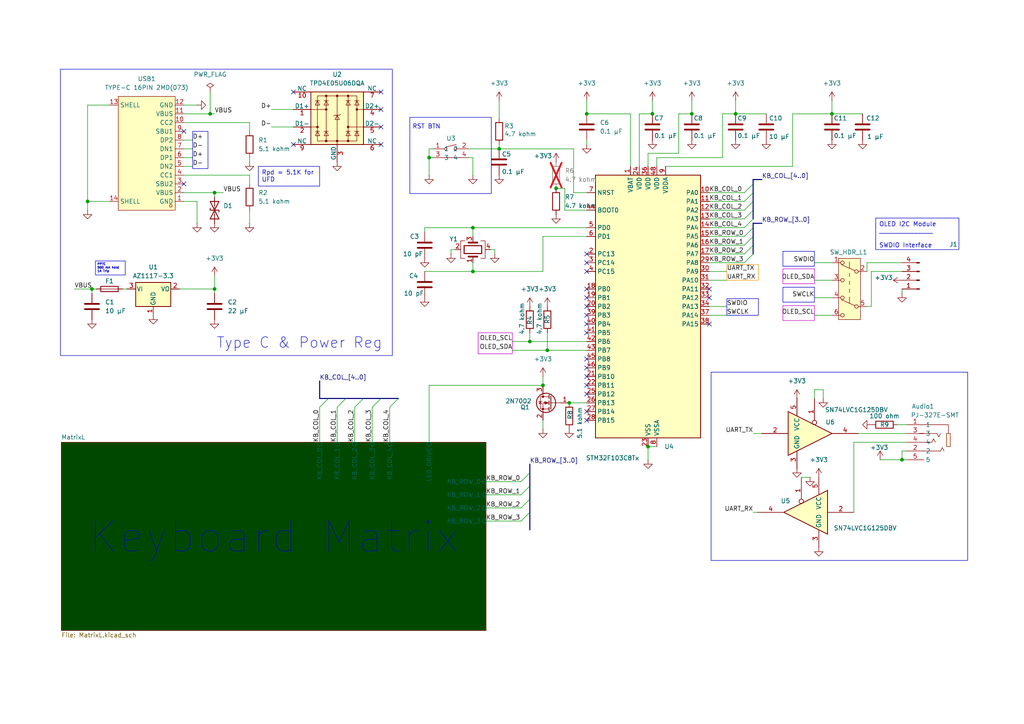
<source format=kicad_sch>
(kicad_sch (version 20231120) (generator "eeschema") (generator_version "8.0")
  (paper "A4")
  (title_block (title "Simple Keyboard") (date "2025-02-09") (rev "0") (company "Daniel Pérez (steewBSD)"))
  (junction (at 62.23 55.88))
  (junction (at 60.96 33.02))
  (junction (at 124.46 45.72))
  (junction (at 26.67 83.82))
  (junction (at 187.96 129.54))
  (junction (at 170.18 33.02))
  (junction (at 241.3 33.02))
  (junction (at 137.16 78.74))
  (junction (at 161.29 54.61))
  (junction (at 213.36 33.02))
  (junction (at 62.23 83.82))
  (junction (at 165.1 116.84))
  (junction (at 144.78 43.18))
  (junction (at 157.48 111.76))
  (junction (at 158.75 101.6))
  (junction (at 189.23 33.02))
  (junction (at 261.62 133.35))
  (junction (at 137.16 66.04))
  (junction (at 25.4 58.42))
  (junction (at 200.66 33.02))
  (junction (at 153.67 99.06))
  (no_connect (at 205.74 93.98))
  (no_connect (at 170.18 78.74))
  (no_connect (at 170.18 91.44))
  (no_connect (at 205.74 83.82))
  (no_connect (at 170.18 83.82))
  (no_connect (at 170.18 86.36))
  (no_connect (at 170.18 109.22))
  (no_connect (at 170.18 104.14))
  (no_connect (at 170.18 88.9))
  (no_connect (at 53.34 38.1))
  (no_connect (at 170.18 96.52))
  (no_connect (at 170.18 93.98))
  (no_connect (at 205.74 86.36))
  (no_connect (at 110.49 41.91))
  (no_connect (at 170.18 121.92))
  (no_connect (at 170.18 106.68))
  (no_connect (at 170.18 111.76))
  (no_connect (at 85.09 26.67))
  (no_connect (at 170.18 73.66))
  (no_connect (at 53.34 53.34))
  (no_connect (at 110.49 31.75))
  (no_connect (at 170.18 119.38))
  (no_connect (at 85.09 41.91))
  (no_connect (at 110.49 36.83))
  (no_connect (at 110.49 26.67))
  (no_connect (at 170.18 76.2))
  (no_connect (at 170.18 114.3))
  (bus_entry (at 218.44 60.96) (size -2.54 2.54))
  (bus_entry (at 153.67 137.16) (size -2.54 2.54))
  (bus_entry (at 218.44 53.34) (size -2.54 2.54))
  (bus_entry (at 115.57 115.57) (size -2.54 2.54))
  (bus_entry (at 218.44 68.58) (size -2.54 2.54))
  (bus_entry (at 218.44 71.12) (size -2.54 2.54))
  (bus_entry (at 218.44 66.04) (size -2.54 2.54))
  (bus_entry (at 100.33 115.57) (size -2.54 2.54))
  (bus_entry (at 95.25 115.57) (size -2.54 2.54))
  (bus_entry (at 218.44 58.42) (size -2.54 2.54))
  (bus_entry (at 153.67 144.78) (size -2.54 2.54))
  (bus_entry (at 153.67 148.59) (size -2.54 2.54))
  (bus_entry (at 218.44 63.5) (size -2.54 2.54))
  (bus_entry (at 218.44 73.66) (size -2.54 2.54))
  (bus_entry (at 105.41 115.57) (size -2.54 2.54))
  (bus_entry (at 218.44 55.88) (size -2.54 2.54))
  (bus_entry (at 153.67 140.97) (size -2.54 2.54))
  (bus_entry (at 110.49 115.57) (size -2.54 2.54))
  (wire (pts (xy 25.4 30.48) (xy 31.75 30.48)))
  (wire (pts (xy 137.16 78.74) (xy 157.48 78.74)))
  (wire (pts (xy 60.96 26.67) (xy 60.96 33.02)))
  (wire (pts (xy 107.95 118.11) (xy 107.95 128.27)))
  (wire (pts (xy 53.34 43.18) (xy 55.88 43.18)))
  (wire (pts (xy 205.74 60.96) (xy 215.9 60.96)))
  (bus (pts (xy 100.33 115.57) (xy 105.41 115.57)))
  (wire (pts (xy 165.1 116.84) (xy 170.18 116.84)))
  (wire (pts (xy 236.22 113.03) (xy 236.22 115.57)))
  (wire (pts (xy 148.59 99.06) (xy 153.67 99.06)))
  (wire (pts (xy 251.46 88.9) (xy 252.73 88.9)))
  (wire (pts (xy 236.22 86.36) (xy 241.3 86.36)))
  (wire (pts (xy 57.15 64.77) (xy 57.15 58.42)))
  (bus (pts (xy 218.44 64.77) (xy 218.44 66.04)))
  (wire (pts (xy 187.96 48.26) (xy 187.96 44.45)))
  (wire (pts (xy 60.96 33.02) (xy 62.23 33.02)))
  (wire (pts (xy 26.67 83.82) (xy 27.94 83.82)))
  (wire (pts (xy 196.85 44.45) (xy 196.85 33.02)))
  (wire (pts (xy 55.88 45.72) (xy 53.34 45.72)))
  (wire (pts (xy 252.73 78.74) (xy 261.62 78.74)))
  (wire (pts (xy 62.23 55.88) (xy 64.77 55.88)))
  (wire (pts (xy 62.23 55.88) (xy 62.23 57.15)))
  (wire (pts (xy 229.87 33.02) (xy 241.3 33.02)))
  (wire (pts (xy 124.46 43.18) (xy 125.73 43.18)))
  (wire (pts (xy 135.89 43.18) (xy 144.78 43.18)))
  (wire (pts (xy 238.76 115.57) (xy 238.76 113.03)))
  (wire (pts (xy 157.48 78.74) (xy 157.48 68.58)))
  (wire (pts (xy 143.51 72.39) (xy 142.24 72.39)))
  (wire (pts (xy 53.34 33.02) (xy 60.96 33.02)))
  (wire (pts (xy 190.5 48.26) (xy 190.5 45.72)))
  (bus (pts (xy 218.44 55.88) (xy 218.44 58.42)))
  (bus (pts (xy 110.49 115.57) (xy 115.57 115.57)))
  (wire (pts (xy 205.74 88.9) (xy 210.82 88.9)))
  (wire (pts (xy 163.83 54.61) (xy 161.29 54.61)))
  (wire (pts (xy 35.56 83.82) (xy 36.83 83.82)))
  (wire (pts (xy 238.76 113.03) (xy 236.22 113.03)))
  (wire (pts (xy 157.48 68.58) (xy 170.18 68.58)))
  (wire (pts (xy 205.74 58.42) (xy 215.9 58.42)))
  (wire (pts (xy 182.88 48.26) (xy 182.88 33.02)))
  (wire (pts (xy 187.96 129.54) (xy 187.96 133.35)))
  (wire (pts (xy 170.18 29.21) (xy 170.18 33.02)))
  (bus (pts (xy 153.67 140.97) (xy 153.67 144.78)))
  (bus (pts (xy 218.44 71.12) (xy 218.44 73.66)))
  (wire (pts (xy 252.73 78.74) (xy 252.73 88.9)))
  (wire (pts (xy 260.35 123.19) (xy 262.89 123.19)))
  (wire (pts (xy 193.04 48.26) (xy 229.87 48.26)))
  (wire (pts (xy 205.74 71.12) (xy 215.9 71.12)))
  (wire (pts (xy 137.16 76.2) (xy 137.16 78.74)))
  (wire (pts (xy 218.44 125.73) (xy 220.98 125.73)))
  (wire (pts (xy 213.36 29.21) (xy 213.36 33.02)))
  (bus (pts (xy 153.67 144.78) (xy 153.67 148.59)))
  (wire (pts (xy 140.97 147.32) (xy 151.13 147.32)))
  (wire (pts (xy 189.23 29.21) (xy 189.23 33.02)))
  (wire (pts (xy 261.62 83.82) (xy 261.62 85.09)))
  (wire (pts (xy 124.46 111.76) (xy 157.48 111.76)))
  (wire (pts (xy 261.62 130.81) (xy 261.62 133.35)))
  (wire (pts (xy 144.78 43.18) (xy 166.37 43.18)))
  (wire (pts (xy 166.37 55.88) (xy 170.18 55.88)))
  (wire (pts (xy 234.95 138.43) (xy 232.41 138.43)))
  (wire (pts (xy 209.55 33.02) (xy 213.36 33.02)))
  (wire (pts (xy 137.16 45.72) (xy 135.89 45.72)))
  (wire (pts (xy 248.92 125.73) (xy 262.89 125.73)))
  (wire (pts (xy 137.16 66.04) (xy 137.16 68.58)))
  (wire (pts (xy 170.18 41.91) (xy 170.18 40.64)))
  (wire (pts (xy 72.39 45.72) (xy 72.39 46.99)))
  (wire (pts (xy 144.78 29.21) (xy 144.78 34.29)))
  (wire (pts (xy 158.75 96.52) (xy 158.75 101.6)))
  (wire (pts (xy 78.74 31.75) (xy 85.09 31.75)))
  (wire (pts (xy 21.59 83.82) (xy 26.67 83.82)))
  (wire (pts (xy 72.39 64.77) (xy 72.39 60.96)))
  (wire (pts (xy 205.74 68.58) (xy 215.9 68.58)))
  (wire (pts (xy 251.46 76.2) (xy 251.46 78.74)))
  (wire (pts (xy 166.37 43.18) (xy 166.37 55.88)))
  (wire (pts (xy 163.83 60.96) (xy 163.83 54.61)))
  (wire (pts (xy 97.79 118.11) (xy 97.79 128.27)))
  (bus (pts (xy 153.67 148.59) (xy 153.67 153.67)))
  (wire (pts (xy 190.5 45.72) (xy 209.55 45.72)))
  (wire (pts (xy 140.97 143.51) (xy 151.13 143.51)))
  (wire (pts (xy 72.39 35.56) (xy 72.39 38.1)))
  (bus (pts (xy 218.44 58.42) (xy 218.44 60.96)))
  (wire (pts (xy 144.78 41.91) (xy 144.78 43.18)))
  (wire (pts (xy 124.46 45.72) (xy 125.73 45.72)))
  (wire (pts (xy 241.3 33.02) (xy 250.19 33.02)))
  (wire (pts (xy 236.22 76.2) (xy 241.3 76.2)))
  (wire (pts (xy 187.96 129.54) (xy 190.5 129.54)))
  (wire (pts (xy 185.42 48.26) (xy 185.42 33.02)))
  (wire (pts (xy 26.67 85.09) (xy 26.67 83.82)))
  (wire (pts (xy 137.16 45.72) (xy 137.16 50.8)))
  (wire (pts (xy 209.55 45.72) (xy 209.55 33.02)))
  (wire (pts (xy 140.97 151.13) (xy 151.13 151.13)))
  (wire (pts (xy 62.23 83.82) (xy 62.23 85.09)))
  (wire (pts (xy 153.67 99.06) (xy 170.18 99.06)))
  (wire (pts (xy 205.74 66.04) (xy 215.9 66.04)))
  (wire (pts (xy 157.48 124.46) (xy 157.48 121.92)))
  (wire (pts (xy 143.51 72.39) (xy 143.51 73.66)))
  (bus (pts (xy 218.44 52.07) (xy 218.44 53.34)))
  (wire (pts (xy 123.19 78.74) (xy 137.16 78.74)))
  (wire (pts (xy 157.48 109.22) (xy 157.48 111.76)))
  (bus (pts (xy 220.98 64.77) (xy 218.44 64.77)))
  (wire (pts (xy 113.03 118.11) (xy 113.03 128.27)))
  (wire (pts (xy 170.18 60.96) (xy 163.83 60.96)))
  (wire (pts (xy 132.08 72.39) (xy 130.81 72.39)))
  (wire (pts (xy 200.66 29.21) (xy 200.66 33.02)))
  (wire (pts (xy 25.4 58.42) (xy 25.4 60.96)))
  (wire (pts (xy 158.75 101.6) (xy 170.18 101.6)))
  (wire (pts (xy 31.75 58.42) (xy 25.4 58.42)))
  (bus (pts (xy 220.98 52.07) (xy 218.44 52.07)))
  (wire (pts (xy 205.74 78.74) (xy 210.82 78.74)))
  (wire (pts (xy 153.67 96.52) (xy 153.67 99.06)))
  (bus (pts (xy 92.71 115.57) (xy 95.25 115.57)))
  (wire (pts (xy 124.46 45.72) (xy 124.46 50.8)))
  (wire (pts (xy 187.96 44.45) (xy 196.85 44.45)))
  (wire (pts (xy 261.62 133.35) (xy 262.89 133.35)))
  (wire (pts (xy 236.22 81.28) (xy 241.3 81.28)))
  (wire (pts (xy 205.74 73.66) (xy 215.9 73.66)))
  (wire (pts (xy 53.34 50.8) (xy 72.39 50.8)))
  (wire (pts (xy 247.65 128.27) (xy 262.89 128.27)))
  (wire (pts (xy 196.85 33.02) (xy 200.66 33.02)))
  (wire (pts (xy 247.65 128.27) (xy 247.65 148.59)))
  (wire (pts (xy 123.19 66.04) (xy 123.19 67.31)))
  (wire (pts (xy 102.87 118.11) (xy 102.87 128.27)))
  (wire (pts (xy 255.27 133.35) (xy 261.62 133.35)))
  (wire (pts (xy 213.36 33.02) (xy 222.25 33.02)))
  (bus (pts (xy 95.25 115.57) (xy 100.33 115.57)))
  (wire (pts (xy 72.39 53.34) (xy 72.39 50.8)))
  (wire (pts (xy 137.16 66.04) (xy 170.18 66.04)))
  (wire (pts (xy 124.46 43.18) (xy 124.46 45.72)))
  (wire (pts (xy 53.34 55.88) (xy 62.23 55.88)))
  (wire (pts (xy 25.4 30.48) (xy 25.4 58.42)))
  (wire (pts (xy 205.74 76.2) (xy 215.9 76.2)))
  (bus (pts (xy 92.71 110.49) (xy 92.71 115.57)))
  (bus (pts (xy 153.67 137.16) (xy 153.67 140.97)))
  (wire (pts (xy 182.88 33.02) (xy 170.18 33.02)))
  (wire (pts (xy 229.87 48.26) (xy 229.87 33.02)))
  (wire (pts (xy 53.34 30.48) (xy 57.15 30.48)))
  (bus (pts (xy 218.44 60.96) (xy 218.44 63.5)))
  (wire (pts (xy 205.74 81.28) (xy 210.82 81.28)))
  (wire (pts (xy 262.89 130.81) (xy 261.62 130.81)))
  (wire (pts (xy 123.19 66.04) (xy 137.16 66.04)))
  (wire (pts (xy 241.3 29.21) (xy 241.3 33.02)))
  (wire (pts (xy 62.23 80.01) (xy 62.23 83.82)))
  (wire (pts (xy 124.46 128.27) (xy 124.46 111.76)))
  (wire (pts (xy 148.59 101.6) (xy 158.75 101.6)))
  (wire (pts (xy 57.15 58.42) (xy 53.34 58.42)))
  (bus (pts (xy 153.67 134.62) (xy 153.67 137.16)))
  (bus (pts (xy 218.44 68.58) (xy 218.44 71.12)))
  (wire (pts (xy 140.97 139.7) (xy 151.13 139.7)))
  (bus (pts (xy 218.44 66.04) (xy 218.44 68.58)))
  (wire (pts (xy 205.74 63.5) (xy 215.9 63.5)))
  (wire (pts (xy 185.42 33.02) (xy 189.23 33.02)))
  (wire (pts (xy 205.74 55.88) (xy 215.9 55.88)))
  (wire (pts (xy 78.74 36.83) (xy 85.09 36.83)))
  (wire (pts (xy 251.46 76.2) (xy 261.62 76.2)))
  (wire (pts (xy 205.74 91.44) (xy 210.82 91.44)))
  (wire (pts (xy 130.81 72.39) (xy 130.81 73.66)))
  (bus (pts (xy 218.44 53.34) (xy 218.44 55.88)))
  (wire (pts (xy 92.71 118.11) (xy 92.71 128.27)))
  (wire (pts (xy 53.34 40.64) (xy 55.88 40.64)))
  (wire (pts (xy 52.07 83.82) (xy 62.23 83.82)))
  (wire (pts (xy 236.22 91.44) (xy 241.3 91.44)))
  (bus (pts (xy 105.41 115.57) (xy 110.49 115.57)))
  (wire (pts (xy 218.44 148.59) (xy 219.71 148.59)))
  (wire (pts (xy 53.34 35.56) (xy 72.39 35.56)))
  (wire (pts (xy 55.88 48.26) (xy 53.34 48.26)))
  (rectangle (start 17.526 20.066) (end 113.792 103.124))
  (rectangle (start 118.872 34.036) (end 142.494 56.134))
  (rectangle (start 138.684 96.52) (end 148.59 102.616) (stroke (width 0) (color 194 0 194 1)))
  (rectangle (start 227.076 77.978) (end 236.22 82.296) (stroke (width 0) (color 194 0 194 1)))
  (rectangle (start 227.076 72.898) (end 236.22 77.216))
  (rectangle (start 206.248 107.95) (end 280.67 162.56))
  (rectangle (start 227.076 88.646) (end 236.22 92.964) (stroke (width 0) (color 194 0 194 1)))
  (rectangle (start 227.076 83.312) (end 236.22 87.63))
  (rectangle (start 210.82 76.708) (end 219.964 81.28) (stroke (width 0) (color 255 153 0 1)))
  (rectangle (start 55.88 38.1) (end 60.325 48.895))
  (rectangle (start 210.82 86.614) (end 219.964 91.44))
  (text_box "PPTC \n500 mA hold\n1A Trip" (at 27.686 75.692 0) (size 8.636 4.064) (effects (font (size 0.635 0.635)) (justify left top)))
  (text_box "Rpd = 5.1K for\nUFD" (at 74.93 48.26 0) (size 17.78 5.715) (effects (font (size 1.27 1.27)) (justify left top)))
  (text_box "OLED I2C Module\n________________\n\nSWDIO Interface" (at 254 63.246 0) (size 24.13 9.144) (effects (font (size 1.27 1.27)) (justify left top)))
  (text "RST BTN" (at 123.698 36.83 0) (effects (font (size 1.27 1.27))))
  (text "Keyboard Matrix" (at 79.502 155.956 0) (effects (font (size 8.89 8.89))))
  (text "Type C & Power Reg" (at 86.868 99.568 0) (effects (font (size 3.048 3.048))))
  (label "UART_RX" (at 210.82 81.28 0))
  (label "KB_COL_[4..0]" (at 92.71 110.49 0))
  (label "KB_COL_2" (at 205.74 60.96 0))
  (label "SWDIO" (at 236.22 76.2 180))
  (label "OLED_SDA" (at 148.59 101.6 180))
  (label "KB_COL_1" (at 205.74 58.42 0))
  (label "SWDIO" (at 210.82 88.9 0))
  (label "KB_ROW_[3..0]" (at 153.67 134.62 0))
  (label "KB_COL_0" (at 92.71 128.27 90))
  (label "SWCLK" (at 210.82 91.44 0))
  (label "D-" (at 55.88 43.18 0))
  (label "KB_ROW_0" (at 205.74 68.58 0))
  (label "SWCLK" (at 236.22 86.36 180))
  (label "KB_ROW_1" (at 205.74 71.12 0))
  (label "KB_COL_4" (at 113.03 128.27 90))
  (label "KB_ROW_3" (at 205.74 76.2 0))
  (label "KB_ROW_2" (at 140.97 147.32 0))
  (label "UART_RX" (at 218.44 148.59 180))
  (label "KB_COL_2" (at 102.87 128.27 90))
  (label "OLED_SCL" (at 236.22 91.44 180))
  (label "D-" (at 78.74 36.83 180))
  (label "KB_ROW_0" (at 140.97 139.7 0))
  (label "D+" (at 78.74 31.75 180))
  (label "VBUS" (at 62.23 33.02 0))
  (label "KB_COL_4" (at 205.74 66.04 0))
  (label "D+" (at 55.88 45.72 0))
  (label "KB_ROW_3" (at 140.97 151.13 0))
  (label "KB_ROW_2" (at 205.74 73.66 0))
  (label "D-" (at 55.88 48.26 0))
  (label "KB_COL_3" (at 205.74 63.5 0))
  (label "KB_ROW_[3..0]" (at 220.98 64.77 0))
  (label "KB_COL_[4..0]" (at 220.98 52.07 0))
  (label "OLED_SCL" (at 148.59 99.06 180))
  (label "KB_COL_3" (at 107.95 128.27 90))
  (label "UART_TX" (at 218.44 125.73 180))
  (label "KB_COL_1" (at 97.79 128.27 90))
  (label "D+" (at 55.88 40.64 0))
  (label "VBUS" (at 21.59 83.82 0))
  (label "KB_ROW_1" (at 140.97 143.51 0))
  (label "VBUS" (at 64.77 55.88 0))
  (label "OLED_SDA" (at 236.22 81.28 180))
  (label "KB_COL_0" (at 205.74 55.88 0))
  (label "UART_TX" (at 210.82 78.74 0))
  (symbol (lib_id "#inventree:CL21B104KBCNNNC") (at 189.23 36.83 0) (unit 1)
    (property "Reference" "C7" (at 189.738 34.29 0) (effects (justify left)))
    (property "Value" "0.1 µF" (at 189.738 39.37 0) (effects (justify left)))
    (property "Footprint" "0805 (2012 Metric)" (effects (hide yes)))
    (property "Datasheet" "http://10.0.0.41/media/attachments/part/18/CL21B104KBCNNN_Spec.pdf" (effects (hide yes)))
    (property "Description" "CAP CER 0.1UF 50V X7R 0805" (effects (hide yes)))
    (property "InvenTree" "18" (effects (hide yes)))
    (property "Mounting Type" "Surface Mount, MLCC" (effects (hide yes)))
    (property "Package Type" "0805 (2012 Metric)" (effects (hide yes)))
    (property "Part URL" "http://10.0.0.41:7333/part/18/" (effects (hide yes)))
    (property "Rated Voltage" "50V" (effects (hide yes)))
    (property "Temperature Coefficient" "X7R" (effects (hide yes)))
    (property "Tolerance" "10%" (effects (hide yes)))
  )
  (symbol (lib_id "power:+3V3") (at 62.23 80.01 0) (unit 1)
    (property "Reference" "#PWR07" (effects (hide yes)))
    (property "Value" "+3V3" (at 62.23 74.93 0))
    (property "Description" "Power symbol creates a global label with name \"+3V3\"" (effects (hide yes)))
  )
  (symbol (lib_id "power:GND") (at 124.46 50.8 0) (unit 1)
    (property "Reference" "#PWR014" (effects (hide yes)))
    (property "Value" "GND" (effects (hide yes)))
    (property "Description" "Power symbol creates a global label with name \"GND\" , ground" (effects (hide yes)))
  )
  (symbol (lib_id "power:GND") (at 189.23 40.64 0) (unit 1)
    (property "Reference" "#PWR031" (effects (hide yes)))
    (property "Value" "GND" (effects (hide yes)))
    (property "Description" "Power symbol creates a global label with name \"GND\" , ground" (effects (hide yes)))
  )
  (symbol (lib_id "#inventree:CL21X226MOYNNWE") (at 62.23 88.9 0) (unit 1)
    (property "Reference" "C2" (at 66.04 87.6299 0) (effects (justify left)))
    (property "Value" "22 µF" (at 66.04 90.1699 0) (effects (justify left)))
    (property "Footprint" "0805 (2012 Metric)" (effects (hide yes)))
    (property "Datasheet" "http://10.0.0.41/media/attachments/part/24/2206222045_Samsung-Electro-Mechanics-CL21X226MOYNNWE_C3039691.pdf" (effects (hide yes)))
    (property "Description" "CAP CER 22UF 16V X6S 0805" (effects (hide yes)))
    (property "InvenTree" "24" (effects (hide yes)))
    (property "Mounting Type" "Surface Mount, MLCC" (effects (hide yes)))
    (property "Package Type" "0805 (2012 Metric)" (effects (hide yes)))
    (property "Part URL" "http://10.0.0.41:7333/part/24/" (effects (hide yes)))
    (property "Rated Voltage" "16V" (effects (hide yes)))
    (property "Temperature Coefficient" "X6S" (effects (hide yes)))
    (property "Tolerance" "20%" (effects (hide yes)))
  )
  (symbol (lib_id "power:+3V3") (at 261.62 81.28 90) (unit 1)
    (property "Reference" "#PWR048" (effects (hide yes)))
    (property "Value" "+3V3" (at 256.286 80.518 90))
    (property "Description" "Power symbol creates a global label with name \"+3V3\"" (effects (hide yes)))
  )
  (symbol (lib_name "RC0603FR-074K7L_2") (lib_id "#inventree:RC0603FR-074K7L") (at 161.29 58.42 0) (unit 1)
    (property "Reference" "R7" (at 163.83 57.1499 0) (effects (justify left)))
    (property "Value" "4.7 kohm" (at 163.83 59.6899 0) (effects (justify left)))
    (property "Footprint" "Resistor_SMD:R_0603_1608Metric_Pad0.98x0.95mm_HandSolder" (effects (hide yes)))
    (property "Datasheet" "http://10.0.0.41/media/attachments/part/59/PYu-RC_Group_51_RoHS_L_12.pdf" (effects (hide yes)))
    (property "Description" "RES 4.7K OHM 1% 1/10W 0603" (effects (hide yes)))
    (property "InvenTree" "59" (effects (hide yes)))
    (property "Mounting Type" "0603" (effects (hide yes)))
    (property "Package Type" "0603 (1608 Metric)" (effects (hide yes)))
    (property "Part URL" "http://10.0.0.41:7333/part/59/" (effects (hide yes)))
    (property "Rated Power" "0.1W, 1/10W" (effects (hide yes)))
    (property "Tolerance" "1%" (effects (hide yes)))
  )
  (symbol (lib_id "#inventree:RC0603FR-075K1L") (at 72.39 57.15 0) (unit 1)
    (property "Reference" "R2" (at 74.93 55.8799 0) (effects (justify left)))
    (property "Value" "5.1 kohm" (at 74.93 58.4199 0) (effects (justify left)))
    (property "Footprint" "Resistor_SMD:R_0603_1608Metric_Pad0.98x0.95mm_HandSolder" (effects (hide yes)))
    (property "Datasheet" "http://10.0.0.41/media/attachments/part/51/PYu-RC_Group_51_RoHS_L_12.pdf" (effects (hide yes)))
    (property "Description" "RES 5.1K OHM 1% 1/10W 0603" (effects (hide yes)))
    (property "InvenTree" "51" (effects (hide yes)))
    (property "Mounting Type" "0603" (effects (hide yes)))
    (property "Package Type" "0603 (1608 Metric)" (effects (hide yes)))
    (property "Part URL" "http://10.0.0.41:7333/part/51/" (effects (hide yes)))
    (property "Rated Power" "0.1W, 1/10W" (effects (hide yes)))
    (property "Tolerance" "1%" (effects (hide yes)))
  )
  (symbol (lib_id "#inventree:RC0603FR-074K7L") (at 144.78 38.1 0) (unit 1)
    (property "Reference" "R3" (at 146.304 36.576 0) (effects (justify left)))
    (property "Value" "4.7 kohm" (at 146.304 38.862 0) (effects (justify left)))
    (property "Footprint" "Resistor_SMD:R_0603_1608Metric_Pad0.98x0.95mm_HandSolder" (effects (hide yes)))
    (property "Datasheet" "http://10.0.0.41/media/attachments/part/59/PYu-RC_Group_51_RoHS_L_12.pdf" (effects (hide yes)))
    (property "Description" "RES 4.7K OHM 1% 1/10W 0603" (effects (hide yes)))
    (property "InvenTree" "59" (effects (hide yes)))
    (property "Mounting Type" "0603" (effects (hide yes)))
    (property "Package Type" "0603 (1608 Metric)" (effects (hide yes)))
    (property "Part URL" "http://10.0.0.41:7333/part/59/" (effects (hide yes)))
    (property "Rated Power" "0.1W, 1/10W" (effects (hide yes)))
    (property "Tolerance" "1%" (effects (hide yes)))
  )
  (symbol (lib_id "Device:D_TVS") (at 62.23 60.96 90) (unit 1)
    (property "Reference" "D1" (at 64.77 59.6899 90) (effects (justify right)))
    (property "Value" "CPDUR5V0HE-HF" (effects (hide yes)))
    (property "Footprint" "Diode_SMD:D_0603_1608Metric_Pad1.05x0.95mm_HandSolder" (effects (hide yes)))
    (property "Description" "Bidirectional transient-voltage-suppression diode" (effects (hide yes)))
    (property "InvenTree" "58" (effects (hide yes)))
  )
  (symbol (lib_id "Power_Protection:TPD4E05U06DQA") (at 97.79 34.29 0) (unit 1)
    (property "Reference" "U2" (at 97.79 21.59 0))
    (property "Value" "TPD4E05U06DQA" (at 97.79 24.13 0))
    (property "Footprint" "Package_SON:USON-10_2.5x1.0mm_P0.5mm" (effects (hide yes)))
    (property "Datasheet" "https://www.ti.com/lit/ds/symlink/tpd4e05u06.pdf" (effects (hide yes)))
    (property "Description" "4-Channel ESD Protection for Super-Speed USB 3.0 Interface, USON-10" (effects (hide yes)))
  )
  (symbol (lib_name "RC0603FR-074K7L_1") (lib_id "#inventree:RC0603FR-074K7L") (at 153.67 92.71 0) (unit 1)
    (property "Reference" "R4" (at 153.67 94.234 90) (effects (justify left)))
    (property "Value" "4.7 kohm" (at 151.384 97.028 90) (effects (justify left)))
    (property "Datasheet" "http://10.0.0.41/media/attachments/part/59/PYu-RC_Group_51_RoHS_L_12.pdf" (effects (hide yes)))
    (property "Description" "RES 4.7K OHM 1% 1/10W 0603" (effects (hide yes)))
    (property "InvenTree" "59" (effects (hide yes)))
    (property "Mounting Type" "0603" (effects (hide yes)))
    (property "Package Type" "0603 (1608 Metric)" (effects (hide yes)))
    (property "Part URL" "http://10.0.0.41:7333/part/59/" (effects (hide yes)))
    (property "Rated Power" "0.1W, 1/10W" (effects (hide yes)))
    (property "Tolerance" "1%" (effects (hide yes)))
  )
  (symbol (lib_id "Device:Crystal_GND24") (at 137.16 72.39 90) (unit 1)
    (property "Reference" "Y1" (at 131.572 69.342 90))
    (property "Value" "Crystal_GND24" (effects (hide yes)))
    (property "Footprint" "Crystal:Crystal_SMD_3225-4Pin_3.2x2.5mm_HandSoldering" (effects (hide yes)))
    (property "Description" "Four pin crystal, GND on pins 2 and 4" (effects (hide yes)))
    (property "InvenTree" "61" (effects (hide yes)))
  )
  (symbol (lib_id "power:+3V3") (at 200.66 29.21 0) (unit 1)
    (property "Reference" "#PWR032" (effects (hide yes)))
    (property "Value" "+3V3" (at 200.66 24.13 0))
    (property "Description" "Power symbol creates a global label with name \"+3V3\"" (effects (hide yes)))
  )
  (symbol (lib_id "power:GND") (at 237.49 158.75 0) (unit 1)
    (property "Reference" "#PWR041" (effects (hide yes)))
    (property "Value" "GND" (effects (hide yes)))
    (property "Description" "Power symbol creates a global label with name \"GND\" , ground" (effects (hide yes)))
  )
  (symbol (lib_id "power:GND") (at 72.39 64.77 0) (unit 1)
    (property "Reference" "#PWR010" (effects (hide yes)))
    (property "Value" "GND" (effects (hide yes)))
    (property "Description" "Power symbol creates a global label with name \"GND\" , ground" (effects (hide yes)))
  )
  (symbol (lib_name "CL21B104KBCNNNC_1") (lib_id "#inventree:CL21B104KBCNNNC") (at 144.78 46.99 0) (unit 1)
    (property "Reference" "C5" (at 145.542 44.704 0) (effects (justify left)))
    (property "Value" "0.1 µF" (at 145.542 49.784 0) (effects (justify left)))
    (property "Footprint" "0805 (2012 Metric)" (effects (hide yes)))
    (property "Datasheet" "http://10.0.0.41/media/attachments/part/18/CL21B104KBCNNN_Spec.pdf" (effects (hide yes)))
    (property "Description" "CAP CER 0.1UF 50V X7R 0805" (effects (hide yes)))
    (property "InvenTree" "18" (effects (hide yes)))
    (property "Mounting Type" "Surface Mount, MLCC" (effects (hide yes)))
    (property "Package Type" "0805 (2012 Metric)" (effects (hide yes)))
    (property "Part URL" "http://10.0.0.41:7333/part/18/" (effects (hide yes)))
    (property "Rated Voltage" "50V" (effects (hide yes)))
    (property "Temperature Coefficient" "X7R" (effects (hide yes)))
    (property "Tolerance" "10%" (effects (hide yes)))
  )
  (symbol (lib_id "power:GND") (at 165.1 124.46 0) (unit 1)
    (property "Reference" "#PWR026" (effects (hide yes)))
    (property "Value" "GND" (effects (hide yes)))
    (property "Description" "Power symbol creates a global label with name \"GND\" , ground" (effects (hide yes)))
  )
  (symbol (lib_id "Device:Fuse") (at 31.75 83.82 90) (unit 1)
    (property "Reference" "F1" (at 31.75 81.534 90))
    (property "Value" "1812L050/30PR" (effects (hide yes)))
    (property "Footprint" "Fuse:Fuse_1812_4532Metric_Pad1.30x3.40mm_HandSolder" (effects (hide yes)))
    (property "Description" "Fuse" (effects (hide yes)))
    (property "InvenTree" "63" (effects (hide yes)))
  )
  (symbol (lib_id "power:GND") (at 238.76 115.57 0) (unit 1)
    (property "Reference" "#PWR042" (effects (hide yes)))
    (property "Value" "GND" (effects (hide yes)))
    (property "Description" "Power symbol creates a global label with name \"GND\" , ground" (effects (hide yes)))
  )
  (symbol (lib_id "power:GND") (at 62.23 92.71 0) (unit 1)
    (property "Reference" "#PWR08" (effects (hide yes)))
    (property "Value" "GND" (effects (hide yes)))
    (property "Description" "Power symbol creates a global label with name \"GND\" , ground" (effects (hide yes)))
  )
  (symbol (lib_id "#inventree:CL21C100CBANNNC") (at 123.19 82.55 0) (unit 1)
    (property "Reference" "C4" (at 118.618 80.01 0) (effects (justify left)))
    (property "Value" "10 pF" (at 117.094 85.09 0) (effects (justify left)))
    (property "Footprint" "0805 (2012 Metric)" (effects (hide yes)))
    (property "Datasheet" "http://10.0.0.41/media/attachments/part/11/2411272102_Samsung-Electro-Mechanics-CL21C100CBANNNC_C2991182.pdf" (effects (hide yes)))
    (property "Description" "CAP CER 10PF 50V C0G/NP0 0805" (effects (hide yes)))
    (property "InvenTree" "11" (effects (hide yes)))
    (property "Mounting Type" "Surface Mount, MLCC" (effects (hide yes)))
    (property "Package Type" "0805 (2012 Metric)" (effects (hide yes)))
    (property "Part URL" "http://10.0.0.41:7333/part/11/" (effects (hide yes)))
    (property "Rated Voltage" "50V" (effects (hide yes)))
    (property "Temperature Coefficient" "C0G, NP0" (effects (hide yes)))
    (property "Tolerance" "0.25pF" (effects (hide yes)))
  )
  (symbol (lib_name "RC0603FR-074K7L_1") (lib_id "#inventree:RC0603FR-074K7L") (at 158.75 92.71 0) (unit 1)
    (property "Reference" "R5" (at 158.75 93.98 90) (effects (justify left)))
    (property "Value" "4.7 kohm" (at 156.464 97.028 90) (effects (justify left)))
    (property "Datasheet" "http://10.0.0.41/media/attachments/part/59/PYu-RC_Group_51_RoHS_L_12.pdf" (effects (hide yes)))
    (property "Description" "RES 4.7K OHM 1% 1/10W 0603" (effects (hide yes)))
    (property "InvenTree" "59" (effects (hide yes)))
    (property "Mounting Type" "0603" (effects (hide yes)))
    (property "Package Type" "0603 (1608 Metric)" (effects (hide yes)))
    (property "Part URL" "http://10.0.0.41:7333/part/59/" (effects (hide yes)))
    (property "Rated Power" "0.1W, 1/10W" (effects (hide yes)))
    (property "Tolerance" "1%" (effects (hide yes)))
  )
  (symbol (lib_id "74xGxx:SN74LVC1G125DBV") (at 232.41 148.59 0) (mirror y) (unit 1)
    (property "Reference" "U5" (at 227.838 145.288 0))
    (property "Value" "SN74LVC1G125DBV" (at 250.952 153.162 0))
    (property "Footprint" "Package_TO_SOT_SMD:SOT-23-5_HandSoldering" (effects (hide yes)))
    (property "Datasheet" "http://www.ti.com/lit/ds/symlink/sn74lvc1g125.pdf" (effects (hide yes)))
    (property "Description" "Single Buffer Gate Tri-State, Low-Voltage CMOS, SOT-23-5" (effects (hide yes)))
    (property "InvenTree" "66" (effects (hide yes)))
  )
  (symbol (lib_id "power:GND") (at 123.19 86.36 0) (unit 1)
    (property "Reference" "#PWR013" (effects (hide yes)))
    (property "Value" "GND" (effects (hide yes)))
    (property "Description" "Power symbol creates a global label with name \"GND\" , ground" (effects (hide yes)))
  )
  (symbol (lib_id "power:GND") (at 97.79 46.99 0) (unit 1)
    (property "Reference" "#PWR011" (effects (hide yes)))
    (property "Value" "GND" (effects (hide yes)))
    (property "Description" "Power symbol creates a global label with name \"GND\" , ground" (effects (hide yes)))
  )
  (symbol (lib_id "power:+3V3") (at 241.3 29.21 0) (unit 1)
    (property "Reference" "#PWR043" (effects (hide yes)))
    (property "Value" "+3V3" (at 241.3 24.13 0))
    (property "Description" "Power symbol creates a global label with name \"+3V3\"" (effects (hide yes)))
  )
  (symbol (lib_id "power:GND") (at 222.25 40.64 0) (unit 1)
    (property "Reference" "#PWR036" (effects (hide yes)))
    (property "Value" "GND" (effects (hide yes)))
    (property "Description" "Power symbol creates a global label with name \"GND\" , ground" (effects (hide yes)))
  )
  (symbol (lib_id "#inventree:CL21B105KAFNNNE") (at 250.19 36.83 0) (unit 1)
    (property "Reference" "C12" (at 251.206 34.29 0) (effects (justify left)))
    (property "Value" "1 µF" (at 251.46 39.624 0) (effects (justify left)))
    (property "Footprint" "0805 (2012 Metric)" (effects (hide yes)))
    (property "Datasheet" "http://10.0.0.41/media/attachments/part/21/CL21B105KAFNNNE_Spec.pdf" (effects (hide yes)))
    (property "Description" "CAP CER 1UF 25V X7R 0805" (effects (hide yes)))
    (property "InvenTree" "21" (effects (hide yes)))
    (property "Mounting Type" "Surface Mount, MLCC" (effects (hide yes)))
    (property "Package Type" "0805 (2012 Metric)" (effects (hide yes)))
    (property "Part URL" "http://10.0.0.41:7333/part/21/" (effects (hide yes)))
    (property "Rated Voltage" "25V" (effects (hide yes)))
    (property "Temperature Coefficient" "X7R" (effects (hide yes)))
    (property "Tolerance" "10%" (effects (hide yes)))
  )
  (symbol (lib_id "power:GND") (at 252.73 123.19 270) (unit 1)
    (property "Reference" "#PWR046" (effects (hide yes)))
    (property "Value" "GND" (effects (hide yes)))
    (property "Description" "Power symbol creates a global label with name \"GND\" , ground" (effects (hide yes)))
  )
  (symbol (lib_id "power:+3V3") (at 153.67 88.9 0) (unit 1)
    (property "Reference" "#PWR020" (effects (hide yes)))
    (property "Value" "+3V3" (at 153.67 83.82 0))
    (property "Description" "Power symbol creates a global label with name \"+3V3\"" (effects (hide yes)))
  )
  (symbol (lib_id "power:GND") (at 187.96 133.35 0) (unit 1)
    (property "Reference" "#PWR029" (effects (hide yes)))
    (property "Value" "GND" (effects (hide yes)))
    (property "Description" "Power symbol creates a global label with name \"GND\" , ground" (effects (hide yes)))
  )
  (symbol (lib_id "power:GND") (at 72.39 46.99 0) (unit 1)
    (property "Reference" "#PWR09" (effects (hide yes)))
    (property "Value" "GND" (effects (hide yes)))
    (property "Description" "Power symbol creates a global label with name \"GND\" , ground" (effects (hide yes)))
  )
  (symbol (lib_id "power:GND") (at 25.4 60.96 0) (unit 1)
    (property "Reference" "#PWR01" (effects (hide yes)))
    (property "Value" "GND" (effects (hide yes)))
    (property "Description" "Power symbol creates a global label with name \"GND\" , ground" (effects (hide yes)))
  )
  (symbol (lib_id "Regulator_Linear:AZ1117-3.3") (at 44.45 83.82 0) (unit 1)
    (property "Reference" "U1" (at 44.45 77.47 0))
    (property "Value" "AZ1117-3.3" (at 44.45 80.01 0))
    (property "Footprint" "Package_TO_SOT_SMD:SOT-223-3_TabPin2" (effects (hide yes)))
    (property "Datasheet" "https://www.diodes.com/assets/Datasheets/AZ1117.pdf" (effects (hide yes)))
    (property "Description" "1A 20V Fixed LDO Linear Regulator, 3.3V, SOT-89/SOT-223/TO-220/TO-252/TO-263" (effects (hide yes)))
    (property "InvenTree" "53" (effects (hide yes)))
  )
  (symbol (lib_name "CL21A106KOQNNNE_1") (lib_id "#inventree:CL21A106KOQNNNE") (at 222.25 36.83 0) (unit 1)
    (property "Reference" "C10" (at 223.012 34.29 0) (effects (justify left)))
    (property "Value" "10 µF" (at 223.012 39.624 0) (effects (justify left)))
    (property "Footprint" "0805 (2012 Metric)" (effects (hide yes)))
    (property "Datasheet" "http://10.0.0.41/media/attachments/part/23/CL21A106KOQNNNE_Spec.pdf" (effects (hide yes)))
    (property "Description" "CAP CER 10UF 16V X5R 0805" (effects (hide yes)))
    (property "InvenTree" "23" (effects (hide yes)))
    (property "Mounting Type" "Surface Mount, MLCC" (effects (hide yes)))
    (property "Package Type" "0805 (2012 Metric)" (effects (hide yes)))
    (property "Part URL" "http://10.0.0.41:7333/part/23/" (effects (hide yes)))
    (property "Rated Voltage" "16V" (effects (hide yes)))
    (property "Temperature Coefficient" "X5R" (effects (hide yes)))
    (property "Tolerance" "10%" (effects (hide yes)))
  )
  (symbol (lib_id "power:+3V3") (at 255.27 133.35 0) (unit 1)
    (property "Reference" "#PWR047" (effects (hide yes)))
    (property "Value" "+3V3" (at 255.016 129.794 0))
    (property "Description" "Power symbol creates a global label with name \"+3V3\"" (effects (hide yes)))
  )
  (symbol (lib_id "power:GND") (at 57.15 30.48 90) (unit 1)
    (property "Reference" "#PWR04" (effects (hide yes)))
    (property "Value" "GND" (effects (hide yes)))
    (property "Description" "Power symbol creates a global label with name \"GND\" , ground" (effects (hide yes)))
  )
  (symbol (lib_id "power:GND") (at 62.23 64.77 0) (unit 1)
    (property "Reference" "#PWR06" (effects (hide yes)))
    (property "Value" "GND" (effects (hide yes)))
    (property "Description" "Power symbol creates a global label with name \"GND\" , ground" (effects (hide yes)))
  )
  (symbol (lib_id "#inventree:RC0603FR-07100RL") (at 256.54 123.19 90) (unit 1)
    (property "Reference" "R9" (at 256.54 123.19 90))
    (property "Value" "100 ohm" (at 256.54 120.65 90))
    (property "Footprint" "Resistor_SMD:R_0603_1608Metric_Pad0.98x0.95mm_HandSolder" (effects (hide yes)))
    (property "Datasheet" "http://10.0.0.41/media/attachments/part/71/PYu-RC_Group_51_RoHS_L_12.pdf" (effects (hide yes)))
    (property "Description" "RES 100 OHM 1% 1/10W 0603" (effects (hide yes)))
    (property "InvenTree" "71" (effects (hide yes)))
    (property "Mounting Type" "0603" (effects (hide yes)))
    (property "Package Type" "0603 (1608 Metric)" (effects (hide yes)))
    (property "Part URL" "http://10.0.0.41:7333/part/71/" (effects (hide yes)))
    (property "Rated Power" "0.1W, 1/10W" (effects (hide yes)))
    (property "Tolerance" "1%" (effects (hide yes)))
  )
  (symbol (lib_id "power:+3V3") (at 189.23 29.21 0) (unit 1)
    (property "Reference" "#PWR030" (effects (hide yes)))
    (property "Value" "+3V3" (at 189.23 24.13 0))
    (property "Description" "Power symbol creates a global label with name \"+3V3\"" (effects (hide yes)))
  )
  (symbol (lib_id "easyeda2kicad:YTS1C0033BBG01") (at 130.81 43.18 0) (unit 1)
    (property "Reference" "U3" (at 130.81 40.132 0))
    (property "Value" "YTS1C0033BBG01" (effects (hide yes)))
    (property "Footprint" "easyeda2kicad:SW-SMD_YIYUAN_YTS1C003XXX" (effects (hide yes)))
    (property "LCSC Part" "C5188566" (effects (hide yes)))
    (property "InvenTree" "60" (effects (hide yes)))
  )
  (symbol (lib_id "power:GND") (at 241.3 40.64 0) (unit 1)
    (property "Reference" "#PWR044" (effects (hide yes)))
    (property "Value" "GND" (effects (hide yes)))
    (property "Description" "Power symbol creates a global label with name \"GND\" , ground" (effects (hide yes)))
  )
  (symbol (lib_id "#inventree:CL21C100CBANNNC") (at 123.19 71.12 0) (unit 1)
    (property "Reference" "C3" (at 118.872 68.58 0) (effects (justify left)))
    (property "Value" "10 pF" (at 116.84 73.66 0) (effects (justify left)))
    (property "Footprint" "0805 (2012 Metric)" (effects (hide yes)))
    (property "Datasheet" "http://10.0.0.41/media/attachments/part/11/2411272102_Samsung-Electro-Mechanics-CL21C100CBANNNC_C2991182.pdf" (effects (hide yes)))
    (property "Description" "CAP CER 10PF 50V C0G/NP0 0805" (effects (hide yes)))
    (property "InvenTree" "11" (effects (hide yes)))
    (property "Mounting Type" "Surface Mount, MLCC" (effects (hide yes)))
    (property "Package Type" "0805 (2012 Metric)" (effects (hide yes)))
    (property "Part URL" "http://10.0.0.41:7333/part/11/" (effects (hide yes)))
    (property "Rated Voltage" "50V" (effects (hide yes)))
    (property "Temperature Coefficient" "C0G, NP0" (effects (hide yes)))
    (property "Tolerance" "0.25pF" (effects (hide yes)))
  )
  (symbol (lib_id "easyeda2kicad:PJ-327E-SMT") (at 267.97 128.27 0) (mirror y) (unit 1)
    (property "Reference" "Audio1" (at 264.414 117.856 0) (effects (justify right)))
    (property "Value" "PJ-327E-SMT" (at 264.16 120.396 0) (effects (justify right)))
    (property "Footprint" "easyeda2kicad:AUDIO-SMD_PJ-327E-SMT" (effects (hide yes)))
    (property "Datasheet" "https://lcsc.com/product-detail/Audio-Video-Connectors_XKB-Enterprise-PJ-327E-SMT_C319105.html" (effects (hide yes)))
    (property "LCSC Part" "C319105" (effects (hide yes)))
  )
  (symbol (lib_id "power:GND") (at 143.51 73.66 0) (unit 1)
    (property "Reference" "#PWR017" (effects (hide yes)))
    (property "Value" "GND" (effects (hide yes)))
    (property "Description" "Power symbol creates a global label with name \"GND\" , ground" (effects (hide yes)))
  )
  (symbol (lib_id "power:GND") (at 231.14 135.89 0) (unit 1)
    (property "Reference" "#PWR038" (effects (hide yes)))
    (property "Value" "GND" (effects (hide yes)))
    (property "Description" "Power symbol creates a global label with name \"GND\" , ground" (effects (hide yes)))
  )
  (symbol (lib_id "power:GND") (at 200.66 40.64 0) (unit 1)
    (property "Reference" "#PWR033" (effects (hide yes)))
    (property "Value" "GND" (effects (hide yes)))
    (property "Description" "Power symbol creates a global label with name \"GND\" , ground" (effects (hide yes)))
  )
  (symbol (lib_id "power:GND") (at 261.62 85.09 0) (unit 1)
    (property "Reference" "#PWR049" (effects (hide yes)))
    (property "Value" "GND" (effects (hide yes)))
    (property "Description" "Power symbol creates a global label with name \"GND\" , ground" (effects (hide yes)))
  )
  (symbol (lib_id "power:+3V3") (at 237.49 138.43 0) (unit 1)
    (property "Reference" "#PWR040" (effects (hide yes)))
    (property "Value" "+3V3" (at 237.49 133.35 0))
    (property "Description" "Power symbol creates a global label with name \"+3V3\"" (effects (hide yes)))
  )
  (symbol (lib_id "power:GND") (at 170.18 41.91 0) (unit 1)
    (property "Reference" "#PWR028" (effects (hide yes)))
    (property "Value" "GND" (effects (hide yes)))
    (property "Description" "Power symbol creates a global label with name \"GND\" , ground" (effects (hide yes)))
  )
  (symbol (lib_id "power:+3V3") (at 144.78 29.21 0) (unit 1)
    (property "Reference" "#PWR018" (effects (hide yes)))
    (property "Value" "+3V3" (at 144.78 24.13 0))
    (property "Description" "Power symbol creates a global label with name \"+3V3\"" (effects (hide yes)))
  )
  (symbol (lib_id "power:GND") (at 44.45 91.44 0) (unit 1)
    (property "Reference" "#PWR03" (effects (hide yes)))
    (property "Value" "GND" (effects (hide yes)))
    (property "Description" "Power symbol creates a global label with name \"GND\" , ground" (effects (hide yes)))
  )
  (symbol (lib_name "RC0603FR-075K1L_1") (lib_id "#inventree:RC0603FR-075K1L") (at 165.1 120.65 0) (unit 1)
    (property "Reference" "R8" (at 165.354 121.666 90) (effects (justify left)))
    (property "Value" "5.1 kohm" (at 168.148 127.254 90) (effects (justify left)))
    (property "Footprint" "Resistor_SMD:R_0603_1608Metric_Pad0.98x0.95mm_HandSolder" (effects (hide yes)))
    (property "Datasheet" "http://10.0.0.41/media/attachments/part/51/PYu-RC_Group_51_RoHS_L_12.pdf" (effects (hide yes)))
    (property "Description" "RES 5.1K OHM 1% 1/10W 0603" (effects (hide yes)))
    (property "InvenTree" "51" (effects (hide yes)))
    (property "Mounting Type" "0603" (effects (hide yes)))
    (property "Package Type" "0603 (1608 Metric)" (effects (hide yes)))
    (property "Part URL" "http://10.0.0.41:7333/part/51/" (effects (hide yes)))
    (property "Rated Power" "0.1W, 1/10W" (effects (hide yes)))
    (property "Tolerance" "1%" (effects (hide yes)))
  )
  (symbol (lib_id "power:+3V3") (at 157.48 109.22 0) (unit 1)
    (property "Reference" "#PWR021" (effects (hide yes)))
    (property "Value" "+3V3" (at 157.48 104.14 0))
    (property "Description" "Power symbol creates a global label with name \"+3V3\"" (effects (hide yes)))
  )
  (symbol (lib_id "#inventree:RC0603FR-075K1L") (at 72.39 41.91 0) (unit 1)
    (property "Reference" "R1" (at 74.93 40.6399 0) (effects (justify left)))
    (property "Value" "5.1 kohm" (at 74.93 43.1799 0) (effects (justify left)))
    (property "Footprint" "Resistor_SMD:R_0603_1608Metric_Pad0.98x0.95mm_HandSolder" (effects (hide yes)))
    (property "Datasheet" "http://10.0.0.41/media/attachments/part/51/PYu-RC_Group_51_RoHS_L_12.pdf" (effects (hide yes)))
    (property "Description" "RES 5.1K OHM 1% 1/10W 0603" (effects (hide yes)))
    (property "InvenTree" "51" (effects (hide yes)))
    (property "Mounting Type" "0603" (effects (hide yes)))
    (property "Package Type" "0603 (1608 Metric)" (effects (hide yes)))
    (property "Part URL" "http://10.0.0.41:7333/part/51/" (effects (hide yes)))
    (property "Rated Power" "0.1W, 1/10W" (effects (hide yes)))
    (property "Tolerance" "1%" (effects (hide yes)))
  )
  (symbol (lib_id "power:+3V3") (at 161.29 46.99 0) (unit 1)
    (property "Reference" "#PWR024" (effects (hide yes)))
    (property "Value" "+3V3" (at 157.48 45.212 0))
    (property "Description" "Power symbol creates a global label with name \"+3V3\"" (effects (hide yes)))
  )
  (symbol (lib_id "power:GND") (at 57.15 64.77 0) (unit 1)
    (property "Reference" "#PWR05" (effects (hide yes)))
    (property "Value" "GND" (effects (hide yes)))
    (property "Description" "Power symbol creates a global label with name \"GND\" , ground" (effects (hide yes)))
  )
  (symbol (lib_id "#inventree:CL21B104KBCNNNC") (at 241.3 36.83 0) (unit 1)
    (property "Reference" "C11" (at 241.808 34.29 0) (effects (justify left)))
    (property "Value" "0.1 µF" (at 241.808 39.37 0) (effects (justify left)))
    (property "Footprint" "0805 (2012 Metric)" (effects (hide yes)))
    (property "Datasheet" "http://10.0.0.41/media/attachments/part/18/CL21B104KBCNNN_Spec.pdf" (effects (hide yes)))
    (property "Description" "CAP CER 0.1UF 50V X7R 0805" (effects (hide yes)))
    (property "InvenTree" "18" (effects (hide yes)))
    (property "Mounting Type" "Surface Mount, MLCC" (effects (hide yes)))
    (property "Package Type" "0805 (2012 Metric)" (effects (hide yes)))
    (property "Part URL" "http://10.0.0.41:7333/part/18/" (effects (hide yes)))
    (property "Rated Voltage" "50V" (effects (hide yes)))
    (property "Temperature Coefficient" "X7R" (effects (hide yes)))
    (property "Tolerance" "10%" (effects (hide yes)))
  )
  (symbol (lib_id "Connector:Conn_01x04_Pin") (at 266.7 81.28 180) (unit 1)
    (property "Reference" "J1" (at 275.336 70.866 0) (effects (justify right)))
    (property "Value" "Conn_01x04_Pin" (effects (hide yes)))
    (property "Footprint" "Connector_PinSocket_2.54mm:PinSocket_1x04_P2.54mm_Horizontal" (effects (hide yes)))
    (property "Description" "Generic connector, single row, 01x04, script generated" (effects (hide yes)))
    (property "InvenTree" "53" (effects (hide yes)))
  )
  (symbol (lib_id "Switch:SW_Push_DPDT") (at 246.38 83.82 0) (mirror y) (unit 1)
    (property "Reference" "SW_HDR_L1" (at 246.126 73.152 0))
    (property "Value" "SW_Push_DPDT" (effects (hide yes)))
    (property "Description" "Momentary Switch, dual pole double throw" (effects (hide yes)))
    (property "InvenTree" "62" (effects (hide yes)))
  )
  (symbol (lib_id "power:+3V3") (at 213.36 29.21 0) (unit 1)
    (property "Reference" "#PWR034" (effects (hide yes)))
    (property "Value" "+3V3" (at 213.36 24.13 0))
    (property "Description" "Power symbol creates a global label with name \"+3V3\"" (effects (hide yes)))
  )
  (symbol (lib_id "power:GND") (at 144.78 50.8 0) (unit 1)
    (property "Reference" "#PWR019" (effects (hide yes)))
    (property "Value" "GND" (effects (hide yes)))
    (property "Description" "Power symbol creates a global label with name \"GND\" , ground" (effects (hide yes)))
  )
  (symbol (lib_id "power:+3V3") (at 158.75 88.9 0) (unit 1)
    (property "Reference" "#PWR023" (effects (hide yes)))
    (property "Value" "+3V3" (at 158.75 83.82 0))
    (property "Description" "Power symbol creates a global label with name \"+3V3\"" (effects (hide yes)))
  )
  (symbol (lib_id "power:PWR_FLAG") (at 60.96 26.67 0) (unit 1)
    (property "Reference" "#FLG01" (effects (hide yes)))
    (property "Value" "PWR_FLAG" (at 60.96 21.59 0))
    (property "Description" "Special symbol for telling ERC where power comes from" (effects (hide yes)))
  )
  (symbol (lib_id "#inventree:CL21B104KBCNNNC") (at 170.18 36.83 0) (unit 1)
    (property "Reference" "C6" (at 173.99 35.5599 0) (effects (justify left)))
    (property "Value" "0.1 µF" (at 173.99 38.0999 0) (effects (justify left)))
    (property "Footprint" "0805 (2012 Metric)" (effects (hide yes)))
    (property "Datasheet" "http://10.0.0.41/media/attachments/part/18/CL21B104KBCNNN_Spec.pdf" (effects (hide yes)))
    (property "Description" "CAP CER 0.1UF 50V X7R 0805" (effects (hide yes)))
    (property "InvenTree" "18" (effects (hide yes)))
    (property "Mounting Type" "Surface Mount, MLCC" (effects (hide yes)))
    (property "Package Type" "0805 (2012 Metric)" (effects (hide yes)))
    (property "Part URL" "http://10.0.0.41:7333/part/18/" (effects (hide yes)))
    (property "Rated Voltage" "50V" (effects (hide yes)))
    (property "Temperature Coefficient" "X7R" (effects (hide yes)))
    (property "Tolerance" "10%" (effects (hide yes)))
  )
  (symbol (lib_id "power:GND") (at 234.95 138.43 0) (unit 1)
    (property "Reference" "#PWR039" (effects (hide yes)))
    (property "Value" "GND" (effects (hide yes)))
    (property "Description" "Power symbol creates a global label with name \"GND\" , ground" (effects (hide yes)))
  )
  (symbol (lib_id "power:GND") (at 250.19 40.64 0) (unit 1)
    (property "Reference" "#PWR045" (effects (hide yes)))
    (property "Value" "GND" (effects (hide yes)))
    (property "Description" "Power symbol creates a global label with name \"GND\" , ground" (effects (hide yes)))
  )
  (symbol (lib_id "power:GND") (at 157.48 124.46 0) (unit 1)
    (property "Reference" "#PWR022" (effects (hide yes)))
    (property "Value" "GND" (effects (hide yes)))
    (property "Description" "Power symbol creates a global label with name \"GND\" , ground" (effects (hide yes)))
  )
  (symbol (lib_id "MCU_ST_STM32F1:STM32F103C8Tx") (at 187.96 88.9 0) (unit 1)
    (property "Reference" "U4" (at 192.6941 129.54 0) (effects (justify left)))
    (property "Value" "STM32F103C8Tx" (at 169.926 132.842 0) (effects (justify left)))
    (property "Footprint" "Package_QFP:LQFP-48_7x7mm_P0.5mm" (effects (hide yes)))
    (property "Datasheet" "https://www.st.com/resource/en/datasheet/stm32f103c8.pdf" (effects (hide yes)))
    (property "Description" "STMicroelectronics Arm Cortex-M3 MCU, 64KB flash, 20KB RAM, 72 MHz, 2.0-3.6V, 37 GPIO, LQFP48" (effects (hide yes)))
  )
  (symbol (lib_id "power:GND") (at 130.81 73.66 0) (unit 1)
    (property "Reference" "#PWR015" (effects (hide yes)))
    (property "Value" "GND" (effects (hide yes)))
    (property "Description" "Power symbol creates a global label with name \"GND\" , ground" (effects (hide yes)))
  )
  (symbol (lib_id "#inventree:CL21A106KOQNNNE") (at 26.67 88.9 0) (unit 1)
    (property "Reference" "C1" (at 30.48 87.6299 0) (effects (justify left)))
    (property "Value" "10 µF" (at 30.48 90.1699 0) (effects (justify left)))
    (property "Footprint" "0805 (2012 Metric)" (effects (hide yes)))
    (property "Datasheet" "http://10.0.0.41/media/attachments/part/23/CL21A106KOQNNNE_Spec.pdf" (effects (hide yes)))
    (property "Description" "CAP CER 10UF 16V X5R 0805" (effects (hide yes)))
    (property "InvenTree" "23" (effects (hide yes)))
    (property "Mounting Type" "Surface Mount, MLCC" (effects (hide yes)))
    (property "Package Type" "0805 (2012 Metric)" (effects (hide yes)))
    (property "Part URL" "http://10.0.0.41:7333/part/23/" (effects (hide yes)))
    (property "Rated Voltage" "16V" (effects (hide yes)))
    (property "Temperature Coefficient" "X5R" (effects (hide yes)))
    (property "Tolerance" "10%" (effects (hide yes)))
  )
  (symbol (lib_id "#inventree:CL21B104KBCNNNC") (at 213.36 36.83 0) (unit 1)
    (property "Reference" "C9" (at 213.868 34.29 0) (effects (justify left)))
    (property "Value" "0.1 µF" (at 213.868 39.37 0) (effects (justify left)))
    (property "Footprint" "0805 (2012 Metric)" (effects (hide yes)))
    (property "Datasheet" "http://10.0.0.41/media/attachments/part/18/CL21B104KBCNNN_Spec.pdf" (effects (hide yes)))
    (property "Description" "CAP CER 0.1UF 50V X7R 0805" (effects (hide yes)))
    (property "InvenTree" "18" (effects (hide yes)))
    (property "Mounting Type" "Surface Mount, MLCC" (effects (hide yes)))
    (property "Package Type" "0805 (2012 Metric)" (effects (hide yes)))
    (property "Part URL" "http://10.0.0.41:7333/part/18/" (effects (hide yes)))
    (property "Rated Voltage" "50V" (effects (hide yes)))
    (property "Temperature Coefficient" "X7R" (effects (hide yes)))
    (property "Tolerance" "10%" (effects (hide yes)))
  )
  (symbol (lib_id "power:+3V3") (at 231.14 115.57 0) (unit 1)
    (property "Reference" "#PWR037" (effects (hide yes)))
    (property "Value" "+3V3" (at 231.14 110.49 0))
    (property "Description" "Power symbol creates a global label with name \"+3V3\"" (effects (hide yes)))
  )
  (symbol (lib_id "Transistor_FET:2N7002") (at 160.02 116.84 0) (mirror y) (unit 1)
    (property "Reference" "Q1" (at 153.67 118.1101 0) (effects (justify left)))
    (property "Value" "2N7002" (at 154.178 116.332 0) (effects (justify left)))
    (property "Footprint" "Package_TO_SOT_SMD:SOT-23_Handsoldering" (effects (hide yes)))
    (property "Datasheet" "https://www.onsemi.com/pub/Collateral/NDS7002A-D.PDF" (effects (hide yes)))
    (property "Description" "0.115A Id, 60V Vds, N-Channel MOSFET, SOT-23" (effects (hide yes)))
    (property "InvenTree" "68" (effects (hide yes)))
  )
  (symbol (lib_id "74xGxx:SN74LVC1G125DBV") (at 236.22 125.73 0) (unit 1)
    (property "Reference" "U6" (at 240.792 122.428 0))
    (property "Value" "SN74LVC1G125DBV" (at 248.412 118.872 0))
    (property "Footprint" "Package_TO_SOT_SMD:SOT-23-5_HandSoldering" (effects (hide yes)))
    (property "Datasheet" "http://www.ti.com/lit/ds/symlink/sn74lvc1g125.pdf" (effects (hide yes)))
    (property "Description" "Single Buffer Gate Tri-State, Low-Voltage CMOS, SOT-23-5" (effects (hide yes)))
    (property "InvenTree" "66" (effects (hide yes)))
  )
  (symbol (lib_id "power:GND") (at 137.16 50.8 0) (unit 1)
    (property "Reference" "#PWR016" (effects (hide yes)))
    (property "Value" "GND" (effects (hide yes)))
    (property "Description" "Power symbol creates a global label with name \"GND\" , ground" (effects (hide yes)))
  )
  (symbol (lib_name "RC0603FR-074K7L_2") (lib_id "#inventree:RC0603FR-074K7L") (at 161.29 50.8 0) (unit 1) (dnp yes)
    (property "Reference" "R6" (at 163.83 49.5299 0) (effects (justify left)))
    (property "Value" "4.7 kohm" (at 163.83 52.0699 0) (effects (justify left)))
    (property "Footprint" "Resistor_SMD:R_0603_1608Metric_Pad0.98x0.95mm_HandSolder" (effects (hide yes)))
    (property "Datasheet" "http://10.0.0.41/media/attachments/part/59/PYu-RC_Group_51_RoHS_L_12.pdf" (effects (hide yes)))
    (property "Description" "RES 4.7K OHM 1% 1/10W 0603" (effects (hide yes)))
    (property "InvenTree" "59" (effects (hide yes)))
    (property "Mounting Type" "0603" (effects (hide yes)))
    (property "Package Type" "0603 (1608 Metric)" (effects (hide yes)))
    (property "Part URL" "http://10.0.0.41:7333/part/59/" (effects (hide yes)))
    (property "Rated Power" "0.1W, 1/10W" (effects (hide yes)))
    (property "Tolerance" "1%" (effects (hide yes)))
  )
  (symbol (lib_id "power:GND") (at 26.67 92.71 0) (unit 1)
    (property "Reference" "#PWR02" (effects (hide yes)))
    (property "Value" "GND" (effects (hide yes)))
    (property "Description" "Power symbol creates a global label with name \"GND\" , ground" (effects (hide yes)))
  )
  (symbol (lib_id "easyeda2kicad:TYPE-C16PIN2MD(073)") (at 41.91 44.45 180) (unit 1)
    (property "Reference" "USB1" (at 42.545 22.86 0))
    (property "Value" "TYPE-C 16PIN 2MD(073)" (at 42.545 25.4 0))
    (property "Footprint" "easyeda2kicad:USB-C-SMD_TYPE-C-6PIN-2MD-073" (effects (hide yes)))
    (property "LCSC Part" "C2765186" (effects (hide yes)))
    (property "InvenTree" "50" (effects (hide yes)))
  )
  (symbol (lib_id "power:GND") (at 123.19 74.93 0) (unit 1)
    (property "Reference" "#PWR012" (effects (hide yes)))
    (property "Value" "GND" (effects (hide yes)))
    (property "Description" "Power symbol creates a global label with name \"GND\" , ground" (effects (hide yes)))
  )
  (symbol (lib_id "power:GND") (at 213.36 40.64 0) (unit 1)
    (property "Reference" "#PWR035" (effects (hide yes)))
    (property "Value" "GND" (effects (hide yes)))
    (property "Description" "Power symbol creates a global label with name \"GND\" , ground" (effects (hide yes)))
  )
  (symbol (lib_id "power:GND") (at 161.29 62.23 0) (unit 1)
    (property "Reference" "#PWR025" (effects (hide yes)))
    (property "Value" "GND" (effects (hide yes)))
    (property "Description" "Power symbol creates a global label with name \"GND\" , ground" (effects (hide yes)))
  )
  (symbol (lib_id "#inventree:CL21B104KBCNNNC") (at 200.66 36.83 0) (unit 1)
    (property "Reference" "C8" (at 201.168 34.29 0) (effects (justify left)))
    (property "Value" "0.1 µF" (at 201.168 39.37 0) (effects (justify left)))
    (property "Footprint" "0805 (2012 Metric)" (effects (hide yes)))
    (property "Datasheet" "http://10.0.0.41/media/attachments/part/18/CL21B104KBCNNN_Spec.pdf" (effects (hide yes)))
    (property "Description" "CAP CER 0.1UF 50V X7R 0805" (effects (hide yes)))
    (property "InvenTree" "18" (effects (hide yes)))
    (property "Mounting Type" "Surface Mount, MLCC" (effects (hide yes)))
    (property "Package Type" "0805 (2012 Metric)" (effects (hide yes)))
    (property "Part URL" "http://10.0.0.41:7333/part/18/" (effects (hide yes)))
    (property "Rated Voltage" "50V" (effects (hide yes)))
    (property "Temperature Coefficient" "X7R" (effects (hide yes)))
    (property "Tolerance" "10%" (effects (hide yes)))
  )
  (symbol (lib_id "power:+3V3") (at 170.18 29.21 0) (unit 1)
    (property "Reference" "#PWR027" (effects (hide yes)))
    (property "Value" "+3V3" (at 170.18 24.13 0))
    (property "Description" "Power symbol creates a global label with name \"+3V3\"" (effects (hide yes)))
  )
  (sheet (at 17.78 128.27) (size 123.19 54.61) (stroke (width 0.1524)) (fill (color 0 72 0 1.0000))
    (property "Sheetname" "MatrixL" (at 17.78 127.5584 0) (effects (justify left bottom)))
    (property "Sheetfile" "MatrixL.kicad_sch" (at 17.78 183.4646 0) (effects (justify left top)))
    (pin "KB_COL_0" input (at 92.71 128.27 90))
    (pin "KB_COL_1" input (at 97.79 128.27 90))
    (pin "KB_ROW_0" input (at 140.97 139.7 0))
    (pin "KB_ROW_1" input (at 140.97 143.51 0))
    (pin "KB_ROW_2" input (at 140.97 147.32 0))
    (pin "KB_ROW_3" input (at 140.97 151.13 0))
    (pin "KB_COL_2" input (at 102.87 128.27 90))
    (pin "KB_COL_3" input (at 107.95 128.27 90))
    (pin "KB_COL_4" input (at 113.03 128.27 90))
    (pin "LED_DRIVE" input (at 124.46 128.27 90))
  )
)
</source>
